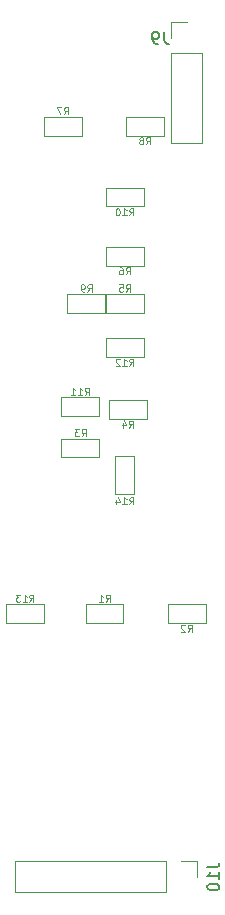
<source format=gbr>
G04 #@! TF.GenerationSoftware,KiCad,Pcbnew,(6.0.0)*
G04 #@! TF.CreationDate,2022-01-30T14:59:03+09:00*
G04 #@! TF.ProjectId,exits,65786974-732e-46b6-9963-61645f706362,2.1*
G04 #@! TF.SameCoordinates,Original*
G04 #@! TF.FileFunction,Legend,Bot*
G04 #@! TF.FilePolarity,Positive*
%FSLAX46Y46*%
G04 Gerber Fmt 4.6, Leading zero omitted, Abs format (unit mm)*
G04 Created by KiCad (PCBNEW (6.0.0)) date 2022-01-30 14:59:03*
%MOMM*%
%LPD*%
G01*
G04 APERTURE LIST*
%ADD10C,0.100000*%
%ADD11C,0.150000*%
%ADD12C,0.120000*%
G04 APERTURE END LIST*
D10*
X151900000Y-90001428D02*
X152100000Y-89715714D01*
X152242857Y-90001428D02*
X152242857Y-89401428D01*
X152014285Y-89401428D01*
X151957142Y-89430000D01*
X151928571Y-89458571D01*
X151900000Y-89515714D01*
X151900000Y-89601428D01*
X151928571Y-89658571D01*
X151957142Y-89687142D01*
X152014285Y-89715714D01*
X152242857Y-89715714D01*
X151328571Y-90001428D02*
X151671428Y-90001428D01*
X151500000Y-90001428D02*
X151500000Y-89401428D01*
X151557142Y-89487142D01*
X151614285Y-89544285D01*
X151671428Y-89572857D01*
X158850000Y-92541428D02*
X159050000Y-92255714D01*
X159192857Y-92541428D02*
X159192857Y-91941428D01*
X158964285Y-91941428D01*
X158907142Y-91970000D01*
X158878571Y-91998571D01*
X158850000Y-92055714D01*
X158850000Y-92141428D01*
X158878571Y-92198571D01*
X158907142Y-92227142D01*
X158964285Y-92255714D01*
X159192857Y-92255714D01*
X158621428Y-91998571D02*
X158592857Y-91970000D01*
X158535714Y-91941428D01*
X158392857Y-91941428D01*
X158335714Y-91970000D01*
X158307142Y-91998571D01*
X158278571Y-92055714D01*
X158278571Y-92112857D01*
X158307142Y-92198571D01*
X158650000Y-92541428D01*
X158278571Y-92541428D01*
X149850000Y-76001428D02*
X150050000Y-75715714D01*
X150192857Y-76001428D02*
X150192857Y-75401428D01*
X149964285Y-75401428D01*
X149907142Y-75430000D01*
X149878571Y-75458571D01*
X149850000Y-75515714D01*
X149850000Y-75601428D01*
X149878571Y-75658571D01*
X149907142Y-75687142D01*
X149964285Y-75715714D01*
X150192857Y-75715714D01*
X149650000Y-75401428D02*
X149278571Y-75401428D01*
X149478571Y-75630000D01*
X149392857Y-75630000D01*
X149335714Y-75658571D01*
X149307142Y-75687142D01*
X149278571Y-75744285D01*
X149278571Y-75887142D01*
X149307142Y-75944285D01*
X149335714Y-75972857D01*
X149392857Y-76001428D01*
X149564285Y-76001428D01*
X149621428Y-75972857D01*
X149650000Y-75944285D01*
X153850000Y-75291428D02*
X154050000Y-75005714D01*
X154192857Y-75291428D02*
X154192857Y-74691428D01*
X153964285Y-74691428D01*
X153907142Y-74720000D01*
X153878571Y-74748571D01*
X153850000Y-74805714D01*
X153850000Y-74891428D01*
X153878571Y-74948571D01*
X153907142Y-74977142D01*
X153964285Y-75005714D01*
X154192857Y-75005714D01*
X153335714Y-74891428D02*
X153335714Y-75291428D01*
X153478571Y-74662857D02*
X153621428Y-75091428D01*
X153250000Y-75091428D01*
X153600000Y-63751428D02*
X153800000Y-63465714D01*
X153942857Y-63751428D02*
X153942857Y-63151428D01*
X153714285Y-63151428D01*
X153657142Y-63180000D01*
X153628571Y-63208571D01*
X153600000Y-63265714D01*
X153600000Y-63351428D01*
X153628571Y-63408571D01*
X153657142Y-63437142D01*
X153714285Y-63465714D01*
X153942857Y-63465714D01*
X153057142Y-63151428D02*
X153342857Y-63151428D01*
X153371428Y-63437142D01*
X153342857Y-63408571D01*
X153285714Y-63380000D01*
X153142857Y-63380000D01*
X153085714Y-63408571D01*
X153057142Y-63437142D01*
X153028571Y-63494285D01*
X153028571Y-63637142D01*
X153057142Y-63694285D01*
X153085714Y-63722857D01*
X153142857Y-63751428D01*
X153285714Y-63751428D01*
X153342857Y-63722857D01*
X153371428Y-63694285D01*
X153600000Y-62291428D02*
X153800000Y-62005714D01*
X153942857Y-62291428D02*
X153942857Y-61691428D01*
X153714285Y-61691428D01*
X153657142Y-61720000D01*
X153628571Y-61748571D01*
X153600000Y-61805714D01*
X153600000Y-61891428D01*
X153628571Y-61948571D01*
X153657142Y-61977142D01*
X153714285Y-62005714D01*
X153942857Y-62005714D01*
X153085714Y-61691428D02*
X153200000Y-61691428D01*
X153257142Y-61720000D01*
X153285714Y-61748571D01*
X153342857Y-61834285D01*
X153371428Y-61948571D01*
X153371428Y-62177142D01*
X153342857Y-62234285D01*
X153314285Y-62262857D01*
X153257142Y-62291428D01*
X153142857Y-62291428D01*
X153085714Y-62262857D01*
X153057142Y-62234285D01*
X153028571Y-62177142D01*
X153028571Y-62034285D01*
X153057142Y-61977142D01*
X153085714Y-61948571D01*
X153142857Y-61920000D01*
X153257142Y-61920000D01*
X153314285Y-61948571D01*
X153342857Y-61977142D01*
X153371428Y-62034285D01*
X148350000Y-48751428D02*
X148550000Y-48465714D01*
X148692857Y-48751428D02*
X148692857Y-48151428D01*
X148464285Y-48151428D01*
X148407142Y-48180000D01*
X148378571Y-48208571D01*
X148350000Y-48265714D01*
X148350000Y-48351428D01*
X148378571Y-48408571D01*
X148407142Y-48437142D01*
X148464285Y-48465714D01*
X148692857Y-48465714D01*
X148150000Y-48151428D02*
X147750000Y-48151428D01*
X148007142Y-48751428D01*
X155300000Y-51291428D02*
X155500000Y-51005714D01*
X155642857Y-51291428D02*
X155642857Y-50691428D01*
X155414285Y-50691428D01*
X155357142Y-50720000D01*
X155328571Y-50748571D01*
X155300000Y-50805714D01*
X155300000Y-50891428D01*
X155328571Y-50948571D01*
X155357142Y-50977142D01*
X155414285Y-51005714D01*
X155642857Y-51005714D01*
X154957142Y-50948571D02*
X155014285Y-50920000D01*
X155042857Y-50891428D01*
X155071428Y-50834285D01*
X155071428Y-50805714D01*
X155042857Y-50748571D01*
X155014285Y-50720000D01*
X154957142Y-50691428D01*
X154842857Y-50691428D01*
X154785714Y-50720000D01*
X154757142Y-50748571D01*
X154728571Y-50805714D01*
X154728571Y-50834285D01*
X154757142Y-50891428D01*
X154785714Y-50920000D01*
X154842857Y-50948571D01*
X154957142Y-50948571D01*
X155014285Y-50977142D01*
X155042857Y-51005714D01*
X155071428Y-51062857D01*
X155071428Y-51177142D01*
X155042857Y-51234285D01*
X155014285Y-51262857D01*
X154957142Y-51291428D01*
X154842857Y-51291428D01*
X154785714Y-51262857D01*
X154757142Y-51234285D01*
X154728571Y-51177142D01*
X154728571Y-51062857D01*
X154757142Y-51005714D01*
X154785714Y-50977142D01*
X154842857Y-50948571D01*
X150350000Y-63751428D02*
X150550000Y-63465714D01*
X150692857Y-63751428D02*
X150692857Y-63151428D01*
X150464285Y-63151428D01*
X150407142Y-63180000D01*
X150378571Y-63208571D01*
X150350000Y-63265714D01*
X150350000Y-63351428D01*
X150378571Y-63408571D01*
X150407142Y-63437142D01*
X150464285Y-63465714D01*
X150692857Y-63465714D01*
X150064285Y-63751428D02*
X149950000Y-63751428D01*
X149892857Y-63722857D01*
X149864285Y-63694285D01*
X149807142Y-63608571D01*
X149778571Y-63494285D01*
X149778571Y-63265714D01*
X149807142Y-63208571D01*
X149835714Y-63180000D01*
X149892857Y-63151428D01*
X150007142Y-63151428D01*
X150064285Y-63180000D01*
X150092857Y-63208571D01*
X150121428Y-63265714D01*
X150121428Y-63408571D01*
X150092857Y-63465714D01*
X150064285Y-63494285D01*
X150007142Y-63522857D01*
X149892857Y-63522857D01*
X149835714Y-63494285D01*
X149807142Y-63465714D01*
X149778571Y-63408571D01*
X153885714Y-57291428D02*
X154085714Y-57005714D01*
X154228571Y-57291428D02*
X154228571Y-56691428D01*
X154000000Y-56691428D01*
X153942857Y-56720000D01*
X153914285Y-56748571D01*
X153885714Y-56805714D01*
X153885714Y-56891428D01*
X153914285Y-56948571D01*
X153942857Y-56977142D01*
X154000000Y-57005714D01*
X154228571Y-57005714D01*
X153314285Y-57291428D02*
X153657142Y-57291428D01*
X153485714Y-57291428D02*
X153485714Y-56691428D01*
X153542857Y-56777142D01*
X153600000Y-56834285D01*
X153657142Y-56862857D01*
X152942857Y-56691428D02*
X152885714Y-56691428D01*
X152828571Y-56720000D01*
X152800000Y-56748571D01*
X152771428Y-56805714D01*
X152742857Y-56920000D01*
X152742857Y-57062857D01*
X152771428Y-57177142D01*
X152800000Y-57234285D01*
X152828571Y-57262857D01*
X152885714Y-57291428D01*
X152942857Y-57291428D01*
X153000000Y-57262857D01*
X153028571Y-57234285D01*
X153057142Y-57177142D01*
X153085714Y-57062857D01*
X153085714Y-56920000D01*
X153057142Y-56805714D01*
X153028571Y-56748571D01*
X153000000Y-56720000D01*
X152942857Y-56691428D01*
X150135714Y-72501428D02*
X150335714Y-72215714D01*
X150478571Y-72501428D02*
X150478571Y-71901428D01*
X150250000Y-71901428D01*
X150192857Y-71930000D01*
X150164285Y-71958571D01*
X150135714Y-72015714D01*
X150135714Y-72101428D01*
X150164285Y-72158571D01*
X150192857Y-72187142D01*
X150250000Y-72215714D01*
X150478571Y-72215714D01*
X149564285Y-72501428D02*
X149907142Y-72501428D01*
X149735714Y-72501428D02*
X149735714Y-71901428D01*
X149792857Y-71987142D01*
X149850000Y-72044285D01*
X149907142Y-72072857D01*
X148992857Y-72501428D02*
X149335714Y-72501428D01*
X149164285Y-72501428D02*
X149164285Y-71901428D01*
X149221428Y-71987142D01*
X149278571Y-72044285D01*
X149335714Y-72072857D01*
X153885714Y-70041428D02*
X154085714Y-69755714D01*
X154228571Y-70041428D02*
X154228571Y-69441428D01*
X154000000Y-69441428D01*
X153942857Y-69470000D01*
X153914285Y-69498571D01*
X153885714Y-69555714D01*
X153885714Y-69641428D01*
X153914285Y-69698571D01*
X153942857Y-69727142D01*
X154000000Y-69755714D01*
X154228571Y-69755714D01*
X153314285Y-70041428D02*
X153657142Y-70041428D01*
X153485714Y-70041428D02*
X153485714Y-69441428D01*
X153542857Y-69527142D01*
X153600000Y-69584285D01*
X153657142Y-69612857D01*
X153085714Y-69498571D02*
X153057142Y-69470000D01*
X153000000Y-69441428D01*
X152857142Y-69441428D01*
X152800000Y-69470000D01*
X152771428Y-69498571D01*
X152742857Y-69555714D01*
X152742857Y-69612857D01*
X152771428Y-69698571D01*
X153114285Y-70041428D01*
X152742857Y-70041428D01*
X145435714Y-90001428D02*
X145635714Y-89715714D01*
X145778571Y-90001428D02*
X145778571Y-89401428D01*
X145550000Y-89401428D01*
X145492857Y-89430000D01*
X145464285Y-89458571D01*
X145435714Y-89515714D01*
X145435714Y-89601428D01*
X145464285Y-89658571D01*
X145492857Y-89687142D01*
X145550000Y-89715714D01*
X145778571Y-89715714D01*
X144864285Y-90001428D02*
X145207142Y-90001428D01*
X145035714Y-90001428D02*
X145035714Y-89401428D01*
X145092857Y-89487142D01*
X145150000Y-89544285D01*
X145207142Y-89572857D01*
X144664285Y-89401428D02*
X144292857Y-89401428D01*
X144492857Y-89630000D01*
X144407142Y-89630000D01*
X144350000Y-89658571D01*
X144321428Y-89687142D01*
X144292857Y-89744285D01*
X144292857Y-89887142D01*
X144321428Y-89944285D01*
X144350000Y-89972857D01*
X144407142Y-90001428D01*
X144578571Y-90001428D01*
X144635714Y-89972857D01*
X144664285Y-89944285D01*
X153885714Y-81771428D02*
X154085714Y-81485714D01*
X154228571Y-81771428D02*
X154228571Y-81171428D01*
X154000000Y-81171428D01*
X153942857Y-81200000D01*
X153914285Y-81228571D01*
X153885714Y-81285714D01*
X153885714Y-81371428D01*
X153914285Y-81428571D01*
X153942857Y-81457142D01*
X154000000Y-81485714D01*
X154228571Y-81485714D01*
X153314285Y-81771428D02*
X153657142Y-81771428D01*
X153485714Y-81771428D02*
X153485714Y-81171428D01*
X153542857Y-81257142D01*
X153600000Y-81314285D01*
X153657142Y-81342857D01*
X152800000Y-81371428D02*
X152800000Y-81771428D01*
X152942857Y-81142857D02*
X153085714Y-81571428D01*
X152714285Y-81571428D01*
D11*
X156833333Y-41752380D02*
X156833333Y-42466666D01*
X156880952Y-42609523D01*
X156976190Y-42704761D01*
X157119047Y-42752380D01*
X157214285Y-42752380D01*
X156309523Y-42752380D02*
X156119047Y-42752380D01*
X156023809Y-42704761D01*
X155976190Y-42657142D01*
X155880952Y-42514285D01*
X155833333Y-42323809D01*
X155833333Y-41942857D01*
X155880952Y-41847619D01*
X155928571Y-41800000D01*
X156023809Y-41752380D01*
X156214285Y-41752380D01*
X156309523Y-41800000D01*
X156357142Y-41847619D01*
X156404761Y-41942857D01*
X156404761Y-42180952D01*
X156357142Y-42276190D01*
X156309523Y-42323809D01*
X156214285Y-42371428D01*
X156023809Y-42371428D01*
X155928571Y-42323809D01*
X155880952Y-42276190D01*
X155833333Y-42180952D01*
X160502380Y-112490476D02*
X161216666Y-112490476D01*
X161359523Y-112442857D01*
X161454761Y-112347619D01*
X161502380Y-112204761D01*
X161502380Y-112109523D01*
X161502380Y-113490476D02*
X161502380Y-112919047D01*
X161502380Y-113204761D02*
X160502380Y-113204761D01*
X160645238Y-113109523D01*
X160740476Y-113014285D01*
X160788095Y-112919047D01*
X160502380Y-114109523D02*
X160502380Y-114204761D01*
X160550000Y-114300000D01*
X160597619Y-114347619D01*
X160692857Y-114395238D01*
X160883333Y-114442857D01*
X161121428Y-114442857D01*
X161311904Y-114395238D01*
X161407142Y-114347619D01*
X161454761Y-114300000D01*
X161502380Y-114204761D01*
X161502380Y-114109523D01*
X161454761Y-114014285D01*
X161407142Y-113966666D01*
X161311904Y-113919047D01*
X161121428Y-113871428D01*
X160883333Y-113871428D01*
X160692857Y-113919047D01*
X160597619Y-113966666D01*
X160550000Y-114014285D01*
X160502380Y-114109523D01*
D10*
X150200000Y-90200000D02*
X150200000Y-91800000D01*
X153400000Y-91800000D02*
X153400000Y-90200000D01*
X153400000Y-90200000D02*
X150200000Y-90200000D01*
X150200000Y-91800000D02*
X153400000Y-91800000D01*
X157150000Y-91800000D02*
X160350000Y-91800000D01*
X160350000Y-91800000D02*
X160350000Y-90200000D01*
X160350000Y-90200000D02*
X157150000Y-90200000D01*
X157150000Y-90200000D02*
X157150000Y-91800000D01*
X148150000Y-77800000D02*
X151350000Y-77800000D01*
X148150000Y-76200000D02*
X148150000Y-77800000D01*
X151350000Y-76200000D02*
X148150000Y-76200000D01*
X151350000Y-77800000D02*
X151350000Y-76200000D01*
X155350000Y-72950000D02*
X152150000Y-72950000D01*
X155350000Y-74550000D02*
X155350000Y-72950000D01*
X152150000Y-72950000D02*
X152150000Y-74550000D01*
X152150000Y-74550000D02*
X155350000Y-74550000D01*
X155100000Y-65550000D02*
X155100000Y-63950000D01*
X151900000Y-63950000D02*
X151900000Y-65550000D01*
X151900000Y-65550000D02*
X155100000Y-65550000D01*
X155100000Y-63950000D02*
X151900000Y-63950000D01*
X151900000Y-59950000D02*
X151900000Y-61550000D01*
X155100000Y-61550000D02*
X155100000Y-59950000D01*
X155100000Y-59950000D02*
X151900000Y-59950000D01*
X151900000Y-61550000D02*
X155100000Y-61550000D01*
X149850000Y-48950000D02*
X146650000Y-48950000D01*
X146650000Y-48950000D02*
X146650000Y-50550000D01*
X146650000Y-50550000D02*
X149850000Y-50550000D01*
X149850000Y-50550000D02*
X149850000Y-48950000D01*
X156800000Y-48950000D02*
X153600000Y-48950000D01*
X153600000Y-48950000D02*
X153600000Y-50550000D01*
X153600000Y-50550000D02*
X156800000Y-50550000D01*
X156800000Y-50550000D02*
X156800000Y-48950000D01*
X151850000Y-65550000D02*
X151850000Y-63950000D01*
X148650000Y-65550000D02*
X151850000Y-65550000D01*
X151850000Y-63950000D02*
X148650000Y-63950000D01*
X148650000Y-63950000D02*
X148650000Y-65550000D01*
X151900000Y-56550000D02*
X155100000Y-56550000D01*
X155100000Y-54950000D02*
X151900000Y-54950000D01*
X155100000Y-56550000D02*
X155100000Y-54950000D01*
X151900000Y-54950000D02*
X151900000Y-56550000D01*
X148150000Y-74300000D02*
X151350000Y-74300000D01*
X151350000Y-74300000D02*
X151350000Y-72700000D01*
X148150000Y-72700000D02*
X148150000Y-74300000D01*
X151350000Y-72700000D02*
X148150000Y-72700000D01*
X151900000Y-69300000D02*
X155100000Y-69300000D01*
X155100000Y-67700000D02*
X151900000Y-67700000D01*
X155100000Y-69300000D02*
X155100000Y-67700000D01*
X151900000Y-67700000D02*
X151900000Y-69300000D01*
X146650000Y-90200000D02*
X143450000Y-90200000D01*
X146650000Y-91800000D02*
X146650000Y-90200000D01*
X143450000Y-91800000D02*
X146650000Y-91800000D01*
X143450000Y-90200000D02*
X143450000Y-91800000D01*
X154300000Y-80850000D02*
X154300000Y-77650000D01*
X152700000Y-77650000D02*
X152700000Y-80850000D01*
X152700000Y-80850000D02*
X154300000Y-80850000D01*
X154300000Y-77650000D02*
X152700000Y-77650000D01*
D12*
X160080000Y-43520000D02*
X157420000Y-43520000D01*
X160080000Y-51200000D02*
X157420000Y-51200000D01*
X157420000Y-43520000D02*
X157420000Y-51200000D01*
X158750000Y-40920000D02*
X157420000Y-40920000D01*
X157420000Y-40920000D02*
X157420000Y-42250000D01*
X160080000Y-43520000D02*
X160080000Y-51200000D01*
X157010000Y-111970000D02*
X144250000Y-111970000D01*
X159610000Y-111970000D02*
X158280000Y-111970000D01*
X157010000Y-114630000D02*
X144250000Y-114630000D01*
X144250000Y-114630000D02*
X144250000Y-111970000D01*
X159610000Y-113300000D02*
X159610000Y-111970000D01*
X157010000Y-114630000D02*
X157010000Y-111970000D01*
M02*

</source>
